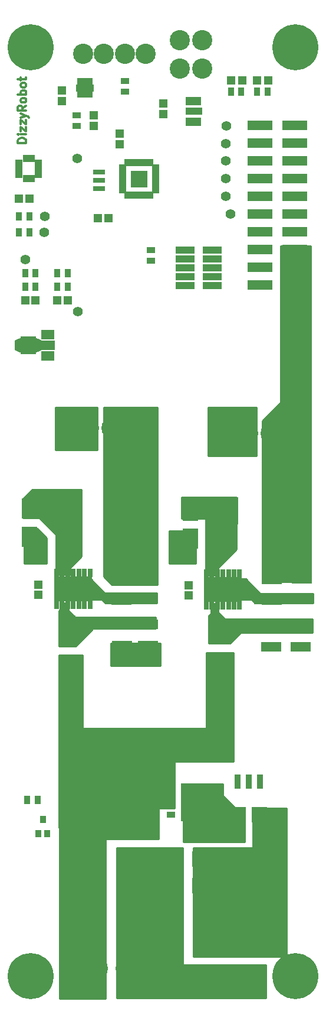
<source format=gbr>
G04 #@! TF.FileFunction,Soldermask,Top*
%FSLAX46Y46*%
G04 Gerber Fmt 4.6, Leading zero omitted, Abs format (unit mm)*
G04 Created by KiCad (PCBNEW 4.0.6) date 07/09/19 21:56:50*
%MOMM*%
%LPD*%
G01*
G04 APERTURE LIST*
%ADD10C,0.100000*%
%ADD11C,0.300000*%
%ADD12R,3.100000X4.000000*%
%ADD13R,1.150000X1.200000*%
%ADD14R,1.200000X1.150000*%
%ADD15R,1.200000X1.200000*%
%ADD16R,2.800000X1.140000*%
%ADD17R,0.900000X1.300000*%
%ADD18R,2.200000X2.200000*%
%ADD19R,0.900000X2.000000*%
%ADD20R,1.111200X0.654000*%
%ADD21R,0.654000X1.111200*%
%ADD22R,1.000000X0.700000*%
%ADD23R,0.700000X1.000000*%
%ADD24R,2.400000X2.400000*%
%ADD25R,0.704800X1.289000*%
%ADD26R,2.400000X1.000000*%
%ADD27R,1.800000X0.800000*%
%ADD28R,1.400000X3.400000*%
%ADD29R,1.300000X0.900000*%
%ADD30R,0.650000X1.100000*%
%ADD31R,2.600000X1.010000*%
%ADD32R,2.900000X1.400000*%
%ADD33R,0.800000X1.200000*%
%ADD34R,5.400000X3.600000*%
%ADD35R,2.200000X2.900000*%
%ADD36R,2.900000X2.200000*%
%ADD37C,2.900000*%
%ADD38C,3.900000*%
%ADD39R,3.550000X1.400000*%
%ADD40C,6.600000*%
%ADD41R,1.220000X0.810000*%
%ADD42R,4.100000X5.400000*%
%ADD43R,1.900000X1.400000*%
%ADD44R,2.200000X1.400000*%
%ADD45R,2.240000X2.600000*%
%ADD46R,0.850000X1.100000*%
%ADD47C,1.400000*%
%ADD48C,0.254000*%
G04 APERTURE END LIST*
D10*
D11*
X52842857Y-47200000D02*
X51642857Y-47200000D01*
X51642857Y-46914285D01*
X51700000Y-46742857D01*
X51814286Y-46628571D01*
X51928571Y-46571428D01*
X52157143Y-46514285D01*
X52328571Y-46514285D01*
X52557143Y-46571428D01*
X52671429Y-46628571D01*
X52785714Y-46742857D01*
X52842857Y-46914285D01*
X52842857Y-47200000D01*
X52842857Y-46000000D02*
X52042857Y-46000000D01*
X51642857Y-46000000D02*
X51700000Y-46057143D01*
X51757143Y-46000000D01*
X51700000Y-45942857D01*
X51642857Y-46000000D01*
X51757143Y-46000000D01*
X52042857Y-45542856D02*
X52042857Y-44914285D01*
X52842857Y-45542856D01*
X52842857Y-44914285D01*
X52042857Y-44571427D02*
X52042857Y-43942856D01*
X52842857Y-44571427D01*
X52842857Y-43942856D01*
X52042857Y-43599998D02*
X52842857Y-43314284D01*
X52042857Y-43028570D02*
X52842857Y-43314284D01*
X53128571Y-43428570D01*
X53185714Y-43485713D01*
X53242857Y-43599998D01*
X52842857Y-41885712D02*
X52271429Y-42285712D01*
X52842857Y-42571427D02*
X51642857Y-42571427D01*
X51642857Y-42114284D01*
X51700000Y-41999998D01*
X51757143Y-41942855D01*
X51871429Y-41885712D01*
X52042857Y-41885712D01*
X52157143Y-41942855D01*
X52214286Y-41999998D01*
X52271429Y-42114284D01*
X52271429Y-42571427D01*
X52842857Y-41199998D02*
X52785714Y-41314284D01*
X52728571Y-41371427D01*
X52614286Y-41428570D01*
X52271429Y-41428570D01*
X52157143Y-41371427D01*
X52100000Y-41314284D01*
X52042857Y-41199998D01*
X52042857Y-41028570D01*
X52100000Y-40914284D01*
X52157143Y-40857141D01*
X52271429Y-40799998D01*
X52614286Y-40799998D01*
X52728571Y-40857141D01*
X52785714Y-40914284D01*
X52842857Y-41028570D01*
X52842857Y-41199998D01*
X52842857Y-40285713D02*
X51642857Y-40285713D01*
X52100000Y-40285713D02*
X52042857Y-40171427D01*
X52042857Y-39942856D01*
X52100000Y-39828570D01*
X52157143Y-39771427D01*
X52271429Y-39714284D01*
X52614286Y-39714284D01*
X52728571Y-39771427D01*
X52785714Y-39828570D01*
X52842857Y-39942856D01*
X52842857Y-40171427D01*
X52785714Y-40285713D01*
X52842857Y-39028570D02*
X52785714Y-39142856D01*
X52728571Y-39199999D01*
X52614286Y-39257142D01*
X52271429Y-39257142D01*
X52157143Y-39199999D01*
X52100000Y-39142856D01*
X52042857Y-39028570D01*
X52042857Y-38857142D01*
X52100000Y-38742856D01*
X52157143Y-38685713D01*
X52271429Y-38628570D01*
X52614286Y-38628570D01*
X52728571Y-38685713D01*
X52785714Y-38742856D01*
X52842857Y-38857142D01*
X52842857Y-39028570D01*
X52042857Y-38285713D02*
X52042857Y-37828570D01*
X51642857Y-38114285D02*
X52671429Y-38114285D01*
X52785714Y-38057142D01*
X52842857Y-37942856D01*
X52842857Y-37828570D01*
D12*
X59350000Y-98750000D03*
X67650000Y-98750000D03*
D13*
X54550000Y-110450000D03*
X54550000Y-111950000D03*
X76200000Y-110550000D03*
X76200000Y-112050000D03*
D14*
X52700000Y-69800000D03*
X54200000Y-69800000D03*
X51800000Y-55200000D03*
X53300000Y-55200000D03*
X57300000Y-69800000D03*
X58800000Y-69800000D03*
D15*
X87600000Y-38300000D03*
X86000000Y-38300000D03*
X82250000Y-38300000D03*
X83850000Y-38300000D03*
D16*
X75700000Y-62600000D03*
X79600000Y-62600000D03*
X75700000Y-63870000D03*
X79600000Y-63870000D03*
X75700000Y-65140000D03*
X79600000Y-65140000D03*
X75700000Y-66410000D03*
X79600000Y-66410000D03*
X75700000Y-67680000D03*
X79600000Y-67680000D03*
D17*
X54500000Y-141300000D03*
X53000000Y-141300000D03*
X54200000Y-67800000D03*
X52700000Y-67800000D03*
X52700000Y-65900000D03*
X54200000Y-65900000D03*
X51800000Y-57700000D03*
X53300000Y-57700000D03*
X51800000Y-60000000D03*
X53300000Y-60000000D03*
X57300000Y-65900000D03*
X58800000Y-65900000D03*
X58800000Y-67800000D03*
X57300000Y-67800000D03*
X87500000Y-39900000D03*
X86000000Y-39900000D03*
X82250000Y-39900000D03*
X83750000Y-39900000D03*
D18*
X86300000Y-143450000D03*
X83300000Y-143450000D03*
D19*
X84800000Y-138650000D03*
X83200000Y-138650000D03*
X86400000Y-138650000D03*
D20*
X51777600Y-49909400D03*
X51777600Y-50392000D03*
X51777600Y-50900000D03*
X51777600Y-51408000D03*
X51777600Y-51890600D03*
D21*
X52692000Y-52322400D03*
X53200000Y-52322400D03*
X53708000Y-52322400D03*
D20*
X54622400Y-51890600D03*
X54622400Y-51408000D03*
X54622400Y-50900000D03*
X54622400Y-50392000D03*
X54622400Y-49909400D03*
D21*
X53708000Y-49477600D03*
X53200000Y-49477600D03*
X52692000Y-49477600D03*
D22*
X66700000Y-50600000D03*
X66700000Y-51100000D03*
X66700000Y-51600000D03*
X66700000Y-52100000D03*
X66700000Y-52600000D03*
X66700000Y-53100000D03*
X66700000Y-53600000D03*
X66700000Y-54100000D03*
D23*
X67300000Y-54700000D03*
X67800000Y-54700000D03*
X68300000Y-54700000D03*
X68800000Y-54700000D03*
X69300000Y-54700000D03*
X69800000Y-54700000D03*
X70300000Y-54700000D03*
X70800000Y-54700000D03*
D22*
X71400000Y-54100000D03*
X71400000Y-53600000D03*
X71400000Y-53100000D03*
X71400000Y-52600000D03*
X71400000Y-52100000D03*
X71400000Y-51600000D03*
X71400000Y-51100000D03*
X71400000Y-50600000D03*
D23*
X70800000Y-50000000D03*
X70300000Y-50000000D03*
X69800000Y-50000000D03*
X69300000Y-50000000D03*
X68800000Y-50000000D03*
X68300000Y-50000000D03*
X67800000Y-50000000D03*
X67300000Y-50000000D03*
D24*
X69100000Y-52400000D03*
D25*
X76100000Y-44211300D03*
X76600000Y-44211300D03*
X77100000Y-44211300D03*
X77600000Y-44211300D03*
X77600000Y-41188700D03*
X77100000Y-41188700D03*
X76600000Y-41188700D03*
X76100000Y-41188700D03*
D26*
X76950000Y-42700000D03*
D27*
X63300000Y-51400000D03*
X63300000Y-52600000D03*
X63300000Y-53800000D03*
D28*
X63000000Y-159600000D03*
X67600000Y-159600000D03*
D13*
X72550000Y-41550000D03*
X72550000Y-43050000D03*
D29*
X70800000Y-64100000D03*
X70800000Y-62600000D03*
D13*
X66250000Y-47400000D03*
X66250000Y-45900000D03*
X58000000Y-41200000D03*
X58000000Y-39700000D03*
D14*
X64650000Y-58000000D03*
X63150000Y-58000000D03*
D29*
X60050000Y-44800000D03*
X60050000Y-43300000D03*
D13*
X62550000Y-43250000D03*
X62550000Y-44750000D03*
D29*
X67000000Y-38350000D03*
X67000000Y-39850000D03*
D30*
X62050000Y-38400000D03*
X61550000Y-38400000D03*
X61050000Y-38400000D03*
X60550000Y-38400000D03*
X60550000Y-40250000D03*
X61050000Y-40250000D03*
X61550000Y-40250000D03*
X62050000Y-40250000D03*
D31*
X61300000Y-39350000D03*
D32*
X66650000Y-119200000D03*
X66650000Y-116200000D03*
X88000000Y-119400000D03*
X88000000Y-116400000D03*
X92250000Y-119350000D03*
X92250000Y-116350000D03*
X70300000Y-119200000D03*
X70300000Y-116200000D03*
D12*
X81750000Y-99900000D03*
X90050000Y-99900000D03*
D33*
X57200000Y-113400000D03*
X58000000Y-113400000D03*
X58800000Y-113400000D03*
X59600000Y-113400000D03*
X60400000Y-113400000D03*
X61200000Y-113400000D03*
X62000000Y-113400000D03*
X62000000Y-108800000D03*
X61200000Y-108800000D03*
X60400000Y-108800000D03*
X59600000Y-108800000D03*
X58800000Y-108800000D03*
X58000000Y-108800000D03*
X57200000Y-108800000D03*
D34*
X59600000Y-111100000D03*
D33*
X78700000Y-113450000D03*
X79500000Y-113450000D03*
X80300000Y-113450000D03*
X81100000Y-113450000D03*
X81900000Y-113450000D03*
X82700000Y-113450000D03*
X83500000Y-113450000D03*
X83500000Y-108850000D03*
X82700000Y-108850000D03*
X81900000Y-108850000D03*
X81100000Y-108850000D03*
X80300000Y-108850000D03*
X79500000Y-108850000D03*
X78700000Y-108850000D03*
D34*
X81100000Y-111150000D03*
D35*
X53350000Y-99600000D03*
X53350000Y-103600000D03*
X76400000Y-99900000D03*
X76400000Y-103900000D03*
X80350000Y-117550000D03*
X80350000Y-121550000D03*
X58800000Y-117950000D03*
X58800000Y-121950000D03*
D32*
X70250000Y-109550000D03*
X70250000Y-112550000D03*
X88150000Y-109700000D03*
X88150000Y-112700000D03*
X66550000Y-109650000D03*
X66550000Y-112650000D03*
X92450000Y-109600000D03*
X92450000Y-112600000D03*
D36*
X78100000Y-153550000D03*
X74100000Y-153550000D03*
D37*
X78150000Y-32550000D03*
X74950000Y-32550000D03*
X78150000Y-36600000D03*
X74950000Y-36600000D03*
D38*
X67600000Y-165400000D03*
X62600000Y-165400000D03*
X80650000Y-166800000D03*
X80650000Y-161800000D03*
X85300000Y-166800000D03*
X85300000Y-161800000D03*
D39*
X86400000Y-44740000D03*
X91450000Y-44740000D03*
X86400000Y-47280000D03*
X91450000Y-47280000D03*
X86400000Y-49820000D03*
X91450000Y-49820000D03*
X86400000Y-52360000D03*
X91450000Y-52360000D03*
X86400000Y-54900000D03*
X91450000Y-54900000D03*
X86400000Y-57440000D03*
X91450000Y-57440000D03*
X86400000Y-59980000D03*
X91450000Y-59980000D03*
X86400000Y-62520000D03*
X91450000Y-62520000D03*
X86400000Y-65060000D03*
X91450000Y-65060000D03*
X86400000Y-67600000D03*
X91450000Y-67600000D03*
D37*
X61900000Y-88050000D03*
X65100000Y-88050000D03*
X70000000Y-34450000D03*
X67000000Y-34450000D03*
X64000000Y-34450000D03*
X61000000Y-34450000D03*
D40*
X91500000Y-166500000D03*
X53500000Y-33500000D03*
X91500000Y-33500000D03*
X53500000Y-166500000D03*
D37*
X84750000Y-88800000D03*
X87950000Y-88800000D03*
D36*
X78100000Y-149750000D03*
X74100000Y-149750000D03*
D41*
X73650000Y-139650000D03*
X73650000Y-140920000D03*
X73650000Y-142190000D03*
X73650000Y-143460000D03*
D42*
X77150000Y-141650000D03*
D10*
G36*
X52441000Y-77500000D02*
X51191000Y-76900000D01*
X51191000Y-75500000D01*
X52441000Y-74900000D01*
X52441000Y-77500000D01*
X52441000Y-77500000D01*
G37*
D43*
X55963000Y-77700000D03*
D44*
X55816500Y-76200000D03*
D43*
X55963000Y-74700000D03*
D45*
X53149500Y-76200000D03*
D10*
G36*
X53859200Y-74900000D02*
X55259200Y-75600000D01*
X55259200Y-76800000D01*
X53859200Y-77500000D01*
X53859200Y-74900000D01*
X53859200Y-74900000D01*
G37*
D46*
X54600000Y-146100000D03*
X55900000Y-146100000D03*
X55250000Y-144100000D03*
D47*
X60250000Y-71350000D03*
X52700000Y-63950000D03*
X81550000Y-54900000D03*
X82150000Y-57400000D03*
X55500000Y-57700000D03*
X55400000Y-60000000D03*
X60200000Y-49400000D03*
X81550000Y-49800000D03*
X81550000Y-47300000D03*
X81600000Y-44750000D03*
X81550000Y-52350000D03*
D48*
G36*
X82623000Y-135823000D02*
X74300000Y-135823000D01*
X74250590Y-135833006D01*
X74208965Y-135861447D01*
X74181685Y-135903841D01*
X74173000Y-135950000D01*
X74173000Y-142473000D01*
X71950000Y-142473000D01*
X71900590Y-142483006D01*
X71858965Y-142511447D01*
X71831685Y-142553841D01*
X71823000Y-142600000D01*
X71823000Y-146923000D01*
X64400000Y-146923000D01*
X64350590Y-146933006D01*
X64308965Y-146961447D01*
X64281685Y-147003841D01*
X64273000Y-147050000D01*
X64273000Y-169773000D01*
X57626872Y-169773000D01*
X57577129Y-120575362D01*
X60923000Y-120576940D01*
X60923000Y-130950000D01*
X60933006Y-130999410D01*
X60961447Y-131041035D01*
X61003841Y-131068315D01*
X61050000Y-131077000D01*
X78550000Y-131077000D01*
X78599410Y-131066994D01*
X78641035Y-131038553D01*
X78668315Y-130996159D01*
X78677000Y-130950000D01*
X78677000Y-120227000D01*
X82623000Y-120227000D01*
X82623000Y-135823000D01*
X82623000Y-135823000D01*
G37*
X82623000Y-135823000D02*
X74300000Y-135823000D01*
X74250590Y-135833006D01*
X74208965Y-135861447D01*
X74181685Y-135903841D01*
X74173000Y-135950000D01*
X74173000Y-142473000D01*
X71950000Y-142473000D01*
X71900590Y-142483006D01*
X71858965Y-142511447D01*
X71831685Y-142553841D01*
X71823000Y-142600000D01*
X71823000Y-146923000D01*
X64400000Y-146923000D01*
X64350590Y-146933006D01*
X64308965Y-146961447D01*
X64281685Y-147003841D01*
X64273000Y-147050000D01*
X64273000Y-169773000D01*
X57626872Y-169773000D01*
X57577129Y-120575362D01*
X60923000Y-120576940D01*
X60923000Y-130950000D01*
X60933006Y-130999410D01*
X60961447Y-131041035D01*
X61003841Y-131068315D01*
X61050000Y-131077000D01*
X78550000Y-131077000D01*
X78599410Y-131066994D01*
X78641035Y-131038553D01*
X78668315Y-130996159D01*
X78677000Y-130950000D01*
X78677000Y-120227000D01*
X82623000Y-120227000D01*
X82623000Y-135823000D01*
G36*
X90273000Y-163773000D02*
X76827000Y-163773000D01*
X76827000Y-148177000D01*
X85250000Y-148177000D01*
X85299410Y-148166994D01*
X85341035Y-148138553D01*
X85368315Y-148096159D01*
X85377000Y-148050000D01*
X85377000Y-142477000D01*
X90273000Y-142477000D01*
X90273000Y-163773000D01*
X90273000Y-163773000D01*
G37*
X90273000Y-163773000D02*
X76827000Y-163773000D01*
X76827000Y-148177000D01*
X85250000Y-148177000D01*
X85299410Y-148166994D01*
X85341035Y-148138553D01*
X85368315Y-148096159D01*
X85377000Y-148050000D01*
X85377000Y-142477000D01*
X90273000Y-142477000D01*
X90273000Y-163773000D01*
G36*
X75373000Y-164800000D02*
X75383006Y-164849410D01*
X75411447Y-164891035D01*
X75453841Y-164918315D01*
X75500000Y-164927000D01*
X87273000Y-164927000D01*
X87273000Y-169673000D01*
X65827000Y-169673000D01*
X65827000Y-148177000D01*
X75373000Y-148177000D01*
X75373000Y-164800000D01*
X75373000Y-164800000D01*
G37*
X75373000Y-164800000D02*
X75383006Y-164849410D01*
X75411447Y-164891035D01*
X75453841Y-164918315D01*
X75500000Y-164927000D01*
X87273000Y-164927000D01*
X87273000Y-169673000D01*
X65827000Y-169673000D01*
X65827000Y-148177000D01*
X75373000Y-148177000D01*
X75373000Y-164800000D01*
G36*
X81073000Y-140650000D02*
X81083006Y-140699410D01*
X81108867Y-140738452D01*
X82758867Y-142438452D01*
X82800460Y-142466939D01*
X82850000Y-142477000D01*
X84223000Y-142477000D01*
X84223000Y-147323000D01*
X75427000Y-147323000D01*
X75427000Y-139027000D01*
X81073000Y-139027000D01*
X81073000Y-140650000D01*
X81073000Y-140650000D01*
G37*
X81073000Y-140650000D02*
X81083006Y-140699410D01*
X81108867Y-140738452D01*
X82758867Y-142438452D01*
X82800460Y-142466939D01*
X82850000Y-142477000D01*
X84223000Y-142477000D01*
X84223000Y-147323000D01*
X75427000Y-147323000D01*
X75427000Y-139027000D01*
X81073000Y-139027000D01*
X81073000Y-140650000D01*
G36*
X72073000Y-122073000D02*
X65027000Y-122073000D01*
X65027000Y-118827000D01*
X72073000Y-118827000D01*
X72073000Y-122073000D01*
X72073000Y-122073000D01*
G37*
X72073000Y-122073000D02*
X65027000Y-122073000D01*
X65027000Y-118827000D01*
X72073000Y-118827000D01*
X72073000Y-122073000D01*
G36*
X58873000Y-114100000D02*
X58883006Y-114149410D01*
X58910197Y-114189803D01*
X59810197Y-115089803D01*
X59852211Y-115117666D01*
X59900000Y-115127000D01*
X71423000Y-115127000D01*
X71423000Y-116773000D01*
X62450000Y-116773000D01*
X62400590Y-116783006D01*
X62360197Y-116810197D01*
X59897394Y-119273000D01*
X57577000Y-119273000D01*
X57577000Y-114202606D01*
X57889803Y-113889803D01*
X57917666Y-113847789D01*
X57927000Y-113800000D01*
X57927000Y-113127000D01*
X58873000Y-113127000D01*
X58873000Y-114100000D01*
X58873000Y-114100000D01*
G37*
X58873000Y-114100000D02*
X58883006Y-114149410D01*
X58910197Y-114189803D01*
X59810197Y-115089803D01*
X59852211Y-115117666D01*
X59900000Y-115127000D01*
X71423000Y-115127000D01*
X71423000Y-116773000D01*
X62450000Y-116773000D01*
X62400590Y-116783006D01*
X62360197Y-116810197D01*
X59897394Y-119273000D01*
X57577000Y-119273000D01*
X57577000Y-114202606D01*
X57889803Y-113889803D01*
X57917666Y-113847789D01*
X57927000Y-113800000D01*
X57927000Y-113127000D01*
X58873000Y-113127000D01*
X58873000Y-114100000D01*
G36*
X64110197Y-111639803D02*
X64152211Y-111667666D01*
X64200000Y-111677000D01*
X71573000Y-111677000D01*
X71573000Y-113123000D01*
X64202606Y-113123000D01*
X63689803Y-112610197D01*
X63647789Y-112582334D01*
X63600000Y-112573000D01*
X57227000Y-112573000D01*
X57227000Y-109627000D01*
X62097394Y-109627000D01*
X64110197Y-111639803D01*
X64110197Y-111639803D01*
G37*
X64110197Y-111639803D02*
X64152211Y-111667666D01*
X64200000Y-111677000D01*
X71573000Y-111677000D01*
X71573000Y-113123000D01*
X64202606Y-113123000D01*
X63689803Y-112610197D01*
X63647789Y-112582334D01*
X63600000Y-112573000D01*
X57227000Y-112573000D01*
X57227000Y-109627000D01*
X62097394Y-109627000D01*
X64110197Y-111639803D01*
G36*
X60773000Y-106397394D02*
X59160197Y-108010197D01*
X59132334Y-108052211D01*
X59123000Y-108100000D01*
X59123000Y-109073000D01*
X57127000Y-109073000D01*
X57127000Y-103350000D01*
X57116994Y-103300590D01*
X57089803Y-103260197D01*
X54789803Y-100960197D01*
X54747789Y-100932334D01*
X54700000Y-100923000D01*
X52377000Y-100923000D01*
X52377000Y-98202606D01*
X53702606Y-96877000D01*
X60773000Y-96877000D01*
X60773000Y-106397394D01*
X60773000Y-106397394D01*
G37*
X60773000Y-106397394D02*
X59160197Y-108010197D01*
X59132334Y-108052211D01*
X59123000Y-108100000D01*
X59123000Y-109073000D01*
X57127000Y-109073000D01*
X57127000Y-103350000D01*
X57116994Y-103300590D01*
X57089803Y-103260197D01*
X54789803Y-100960197D01*
X54747789Y-100932334D01*
X54700000Y-100923000D01*
X52377000Y-100923000D01*
X52377000Y-98202606D01*
X53702606Y-96877000D01*
X60773000Y-96877000D01*
X60773000Y-106397394D01*
G36*
X55773000Y-103802606D02*
X55773000Y-107423000D01*
X52527000Y-107423000D01*
X52527000Y-102477000D01*
X54447394Y-102477000D01*
X55773000Y-103802606D01*
X55773000Y-103802606D01*
G37*
X55773000Y-103802606D02*
X55773000Y-107423000D01*
X52527000Y-107423000D01*
X52527000Y-102477000D01*
X54447394Y-102477000D01*
X55773000Y-103802606D01*
G36*
X71673000Y-110473000D02*
X65152606Y-110473000D01*
X63977000Y-109297394D01*
X63977000Y-85127000D01*
X71673000Y-85127000D01*
X71673000Y-110473000D01*
X71673000Y-110473000D01*
G37*
X71673000Y-110473000D02*
X65152606Y-110473000D01*
X63977000Y-109297394D01*
X63977000Y-85127000D01*
X71673000Y-85127000D01*
X71673000Y-110473000D01*
G36*
X63023000Y-91173000D02*
X57027000Y-91173000D01*
X57027000Y-85127000D01*
X63023000Y-85127000D01*
X63023000Y-91173000D01*
X63023000Y-91173000D01*
G37*
X63023000Y-91173000D02*
X57027000Y-91173000D01*
X57027000Y-85127000D01*
X63023000Y-85127000D01*
X63023000Y-91173000D01*
G36*
X80373000Y-114400000D02*
X80383006Y-114449410D01*
X80410197Y-114489803D01*
X81260197Y-115339803D01*
X81302211Y-115367666D01*
X81350000Y-115377000D01*
X93923000Y-115377000D01*
X93923000Y-117323000D01*
X83700000Y-117323000D01*
X83650590Y-117333006D01*
X83610197Y-117360197D01*
X82097394Y-118873000D01*
X79027000Y-118873000D01*
X79027000Y-114863500D01*
X79376200Y-114601600D01*
X79409725Y-114563949D01*
X79427000Y-114500000D01*
X79427000Y-113177000D01*
X80373000Y-113177000D01*
X80373000Y-114400000D01*
X80373000Y-114400000D01*
G37*
X80373000Y-114400000D02*
X80383006Y-114449410D01*
X80410197Y-114489803D01*
X81260197Y-115339803D01*
X81302211Y-115367666D01*
X81350000Y-115377000D01*
X93923000Y-115377000D01*
X93923000Y-117323000D01*
X83700000Y-117323000D01*
X83650590Y-117333006D01*
X83610197Y-117360197D01*
X82097394Y-118873000D01*
X79027000Y-118873000D01*
X79027000Y-114863500D01*
X79376200Y-114601600D01*
X79409725Y-114563949D01*
X79427000Y-114500000D01*
X79427000Y-113177000D01*
X80373000Y-113177000D01*
X80373000Y-114400000D01*
G36*
X83023000Y-105447394D02*
X80410197Y-108060197D01*
X80382334Y-108102211D01*
X80373000Y-108150000D01*
X80373000Y-109123000D01*
X78627000Y-109123000D01*
X78627000Y-101100000D01*
X78616994Y-101050590D01*
X78588553Y-101008965D01*
X78546159Y-100981685D01*
X78500000Y-100973000D01*
X75127000Y-100973000D01*
X75127000Y-97977000D01*
X83023000Y-97977000D01*
X83023000Y-105447394D01*
X83023000Y-105447394D01*
G37*
X83023000Y-105447394D02*
X80410197Y-108060197D01*
X80382334Y-108102211D01*
X80373000Y-108150000D01*
X80373000Y-109123000D01*
X78627000Y-109123000D01*
X78627000Y-101100000D01*
X78616994Y-101050590D01*
X78588553Y-101008965D01*
X78546159Y-100981685D01*
X78500000Y-100973000D01*
X75127000Y-100973000D01*
X75127000Y-97977000D01*
X83023000Y-97977000D01*
X83023000Y-105447394D01*
G36*
X77173000Y-107423000D02*
X73377000Y-107423000D01*
X73377000Y-102777000D01*
X77173000Y-102777000D01*
X77173000Y-107423000D01*
X77173000Y-107423000D01*
G37*
X77173000Y-107423000D02*
X73377000Y-107423000D01*
X73377000Y-102777000D01*
X77173000Y-102777000D01*
X77173000Y-107423000D01*
G36*
X93673000Y-110073000D02*
X86777000Y-110073000D01*
X86777000Y-87002606D01*
X89389803Y-84389803D01*
X89417666Y-84347789D01*
X89427000Y-84300000D01*
X89427000Y-61977000D01*
X93673000Y-61977000D01*
X93673000Y-110073000D01*
X93673000Y-110073000D01*
G37*
X93673000Y-110073000D02*
X86777000Y-110073000D01*
X86777000Y-87002606D01*
X89389803Y-84389803D01*
X89417666Y-84347789D01*
X89427000Y-84300000D01*
X89427000Y-61977000D01*
X93673000Y-61977000D01*
X93673000Y-110073000D01*
G36*
X85873000Y-92023000D02*
X78977000Y-92023000D01*
X78977000Y-85127000D01*
X85873000Y-85127000D01*
X85873000Y-92023000D01*
X85873000Y-92023000D01*
G37*
X85873000Y-92023000D02*
X78977000Y-92023000D01*
X78977000Y-85127000D01*
X85873000Y-85127000D01*
X85873000Y-92023000D01*
G36*
X86460197Y-111739803D02*
X86502211Y-111767666D01*
X86550000Y-111777000D01*
X94023000Y-111777000D01*
X94023000Y-113073000D01*
X85702606Y-113073000D01*
X85289803Y-112660197D01*
X85247789Y-112632334D01*
X85200000Y-112623000D01*
X78727000Y-112623000D01*
X78727000Y-109677000D01*
X84397394Y-109677000D01*
X86460197Y-111739803D01*
X86460197Y-111739803D01*
G37*
X86460197Y-111739803D02*
X86502211Y-111767666D01*
X86550000Y-111777000D01*
X94023000Y-111777000D01*
X94023000Y-113073000D01*
X85702606Y-113073000D01*
X85289803Y-112660197D01*
X85247789Y-112632334D01*
X85200000Y-112623000D01*
X78727000Y-112623000D01*
X78727000Y-109677000D01*
X84397394Y-109677000D01*
X86460197Y-111739803D01*
M02*

</source>
